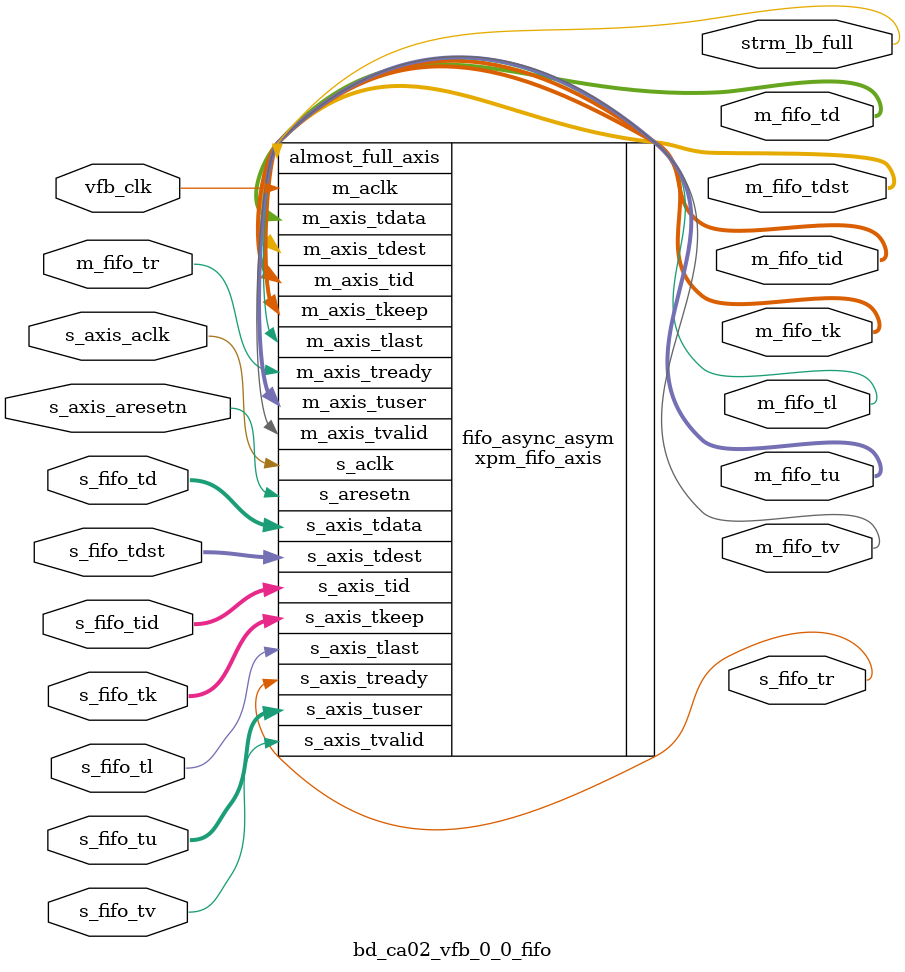
<source format=v>
`timescale 1ps/1ps
module bd_ca02_vfb_0_0_fifo (
  input            s_axis_aclk    ,

  input         s_axis_aresetn ,
  input            vfb_clk        ,
  output    s_fifo_tr      ,
  input     s_fifo_tv      ,
  input      [64-1:0]  s_fifo_td      ,
  input [31:0]     s_fifo_tid    ,   
  input      [24-1:0]  s_fifo_tu      ,
  input      [31:0] s_fifo_tdst      ,
  input      [8-1:0] s_fifo_tk      ,
  input      s_fifo_tl      ,
  input     m_fifo_tr      ,
  output     m_fifo_tv      ,
  output   [64-1:0]   m_fifo_td      ,
  output [31:0]     m_fifo_tid    ,   
  output[ 31:0]     m_fifo_tdst    ,   
  output   [24-1:0]  m_fifo_tu      ,
  output    [8-1:0] m_fifo_tk      ,
  output      m_fifo_tl      ,
  output  strm_lb_full   
);

xpm_fifo_axis#(
      .CLOCKING_MODE("independent_clock"), // String
      .ECC_MODE("no_ecc"),            // String
      .FIFO_DEPTH(4096),              // DECIMAL
      .FIFO_MEMORY_TYPE("block"),      // String
      .PACKET_FIFO("false"),          // String
      .PROG_EMPTY_THRESH(10),         // DECIMAL
      .PROG_FULL_THRESH(4091),          // DECIMAL
      .RD_DATA_COUNT_WIDTH(1),        // DECIMAL
      .RELATED_CLOCKS(0),             // DECIMAL
      .SIM_ASSERT_CHK(0),             // DECIMAL; 0=disable simulation messages, 1=enable simulation messages
      .TDATA_WIDTH(64),               // DECIMAL
      .TDEST_WIDTH(32),                // DECIMAL
      .TID_WIDTH(32),                  // DECIMAL
      .TUSER_WIDTH(24),                // DECIMAL
      .USE_ADV_FEATURES("1008"),      // String
      .WR_DATA_COUNT_WIDTH(1)         // DECIMAL
 ) fifo_async_asym(
  .s_aclk            (s_axis_aclk    ),
  .s_aresetn         (s_axis_aresetn ),
  .m_aclk            (vfb_clk        ),
  .s_axis_tready     (s_fifo_tr      ),
  .s_axis_tvalid     (s_fifo_tv      ),
  .s_axis_tdata      (s_fifo_td      ),
  .s_axis_tid      ( s_fifo_tid      ),
  .s_axis_tuser      (s_fifo_tu      ),
  .s_axis_tdest      (s_fifo_tdst      ),
  .s_axis_tkeep      (s_fifo_tk      ),
  .s_axis_tlast      (s_fifo_tl      ),
  .m_axis_tready     (m_fifo_tr      ),
  .m_axis_tvalid     (m_fifo_tv      ),
  .m_axis_tdata      (m_fifo_td      ),
  .m_axis_tid        (m_fifo_tid      ),
  .m_axis_tdest      (m_fifo_tdst     ),
  .m_axis_tuser      (m_fifo_tu      ),
  .m_axis_tkeep      (m_fifo_tk      ),
  .m_axis_tlast      (m_fifo_tl      ),
  .almost_full_axis  (strm_lb_full   )
);
endmodule

</source>
